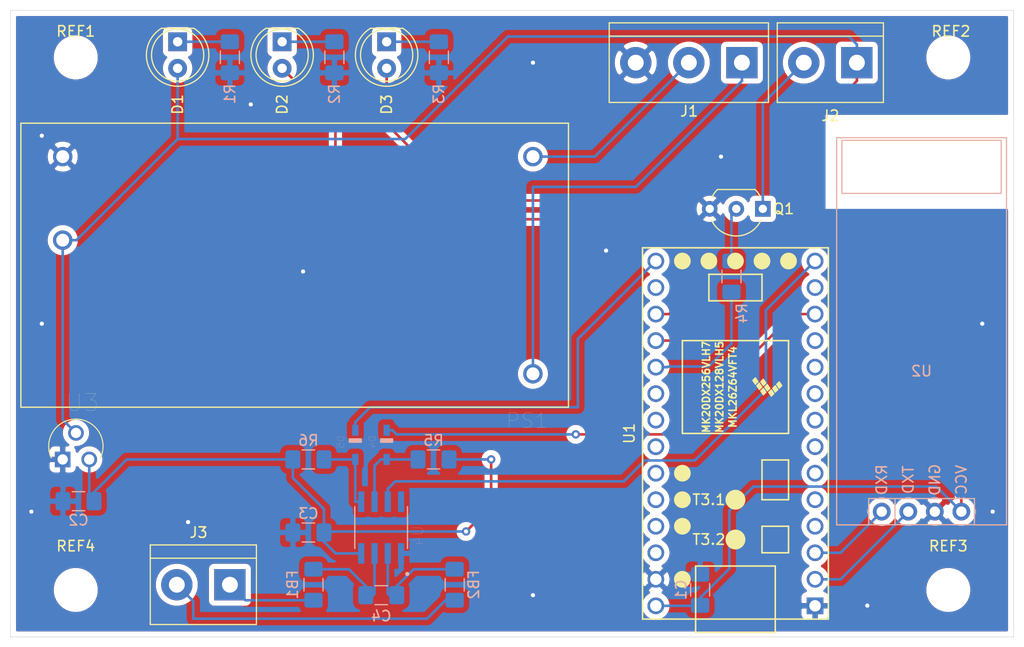
<source format=kicad_pcb>
(kicad_pcb (version 20171130) (host pcbnew 5.1.5-52549c5~84~ubuntu18.04.1)
  (layers (0 F.Cu signal) (31 B.Cu signal) (34 B.Paste user) (35 F.Paste user) (36 B.SilkS user) (37 F.SilkS user) (38 B.Mask user) (39 F.Mask user) (44 Edge.Cuts user))
  (net 0 "")
  (net 1 +5V)
  (net 2 GND)
  (net 3 +3V3)
  (net 4 "Net-(C4-Pad2)")
  (net 5 "Net-(C4-Pad1)")
  (net 6 "Net-(D1-Pad1)")
  (net 7 "Net-(D2-Pad2)")
  (net 8 "Net-(D2-Pad1)")
  (net 9 "Net-(D3-Pad2)")
  (net 10 "Net-(D3-Pad1)")
  (net 11 "Net-(D4-PadA)")
  (net 12 /CS0)
  (net 13 "Net-(D5-PadA)")
  (net 14 /SCK0)
  (net 15 "Net-(FB1-Pad1)")
  (net 16 "Net-(FB2-Pad1)")
  (net 17 "Net-(J1-Pad2)")
  (net 18 "Net-(J1-Pad1)")
  (net 19 "Net-(J2-Pad2)")
  (net 20 "Net-(Q1-Pad2)")
  (net 21 "Net-(R4-Pad1)")
  (net 22 "Net-(U1-Pad2)")
  (net 23 "Net-(U1-Pad3)")
  (net 24 "Net-(U1-Pad4)")
  (net 25 "Net-(U1-Pad5)")
  (net 26 "Net-(U1-Pad6)")
  (net 27 "Net-(U1-Pad7)")
  (net 28 "Net-(U1-Pad8)")
  (net 29 "Net-(U1-Pad9)")
  (net 30 "Net-(U1-Pad10)")
  (net 31 "Net-(U1-Pad11)")
  (net 32 "Net-(U1-Pad13)")
  (net 33 "Net-(U1-Pad37)")
  (net 34 "Net-(U1-Pad36)")
  (net 35 "Net-(U1-Pad35)")
  (net 36 "Net-(U1-Pad34)")
  (net 37 "Net-(U1-Pad31)")
  (net 38 "Net-(U1-Pad30)")
  (net 39 "Net-(U1-Pad29)")
  (net 40 "Net-(U1-Pad28)")
  (net 41 "Net-(U1-Pad27)")
  (net 42 "Net-(U1-Pad26)")
  (net 43 "Net-(U1-Pad25)")
  (net 44 "Net-(U1-Pad21)")
  (net 45 /MISO0)
  (net 46 "Net-(U1-Pad15)")
  (net 47 "Net-(U1-Pad16)")
  (net 48 "Net-(U1-Pad19)")
  (net 49 "Net-(U1-Pad18)")
  (net 50 "Net-(U1-Pad17)")
  (module MAX31855KASA_:SOIC127P600X175-8N (layer B.Cu) (at 137.475 124.525 90)
    (fp_text reference U4 (at -0.795 3.525 90) (layer B.SilkS) (effects (font (thickness 0.015)) (justify mirror)))
    (fp_text value MAX31855KASA+)
    (fp_line (start -2 -2.52) (end 2 -2.52) (layer B.SilkS) (width 0.127))
    (fp_line (start -2 2.52) (end 2 2.52) (layer B.SilkS) (width 0.127))
    (fp_circle (center -4.445 2.495) (end -4.345 2.495) (layer B.SilkS) (width 0.2))
    (pad 8 smd rect (at 2.475 1.905 90) (size 1.97 0.59) (layers B.Cu B.Paste B.Mask))
    (pad 7 smd rect (at 2.475 0.635 90) (size 1.97 0.59) (layers B.Cu B.Paste B.Mask) (net 45 /MISO0))
    (pad 6 smd rect (at 2.475 -0.635 90) (size 1.97 0.59) (layers B.Cu B.Paste B.Mask) (net 11 "Net-(D4-PadA)"))
    (pad 5 smd rect (at 2.475 -1.905 90) (size 1.97 0.59) (layers B.Cu B.Paste B.Mask) (net 13 "Net-(D5-PadA)"))
    (pad 4 smd rect (at -2.475 -1.905 90) (size 1.97 0.59) (layers B.Cu B.Paste B.Mask) (net 3 +3V3))
    (pad 3 smd rect (at -2.475 -0.635 90) (size 1.97 0.59) (layers B.Cu B.Paste B.Mask) (net 4 "Net-(C4-Pad2)"))
    (pad 2 smd rect (at -2.475 0.635 90) (size 1.97 0.59) (layers B.Cu B.Paste B.Mask) (net 5 "Net-(C4-Pad1)"))
    (pad 1 smd rect (at -2.475 1.905 90) (size 1.97 0.59) (layers B.Cu B.Paste B.Mask) (net 2 GND))
  )
  (module MCP1700-3302E_TO:TO127P254X495-3 (layer F.Cu) (at 109.54 115.46)
    (fp_text reference U3 (at -0.661135 -2.898865) (layer F.SilkS) (effects (font (size 1.64185 1.64185) (thickness 0.015))))
    (fp_text value MCP1700-3302E_TO)
    (fp_arc (start -1.38407 1.26864) (end 1.0668 2.413) (angle -25) (layer F.SilkS) (width 0.1))
    (fp_arc (start -1.279583 1.279773) (end 1.3208 1.27) (angle -205) (layer F.SilkS) (width 0.1))
    (pad 3 thru_hole circle (at 0 2.54) (size 1.4986 1.4986) (drill 0.9906) (layers *.Cu *.Mask) (net 3 +3V3))
    (pad 2 thru_hole circle (at -1.27 0) (size 1.4986 1.4986) (drill 0.9906) (layers *.Cu *.Mask) (net 1 +5V))
    (pad 1 thru_hole rect (at -2.54 2.54) (size 1.4986 1.4986) (drill 0.9906) (layers *.Cu *.Mask) (net 2 GND))
  )
  (module dmcginnis427Footprints:HC06 (layer B.Cu) (at 189.19 123)
    (fp_text reference U2 (at 0 -13.462) (layer B.SilkS) (effects (justify mirror)))
    (fp_text value HC06)
    (fp_line (start -8.128 1.27) (end -5.08 1.27) (layer B.SilkS) (width 0.12))
    (fp_line (start 8.128 1.27) (end 5.08 1.27) (layer B.SilkS) (width 0.12))
    (fp_line (start 8.128 -35.814) (end 8.128 1.27) (layer B.SilkS) (width 0.12))
    (fp_line (start -8.128 -35.814) (end 8.128 -35.814) (layer B.SilkS) (width 0.12))
    (fp_line (start -8.128 1.27) (end -8.128 -35.814) (layer B.SilkS) (width 0.12))
    (fp_text user VCC (at 3.81 -3.048 -90) (layer B.SilkS) (effects (justify mirror)))
    (fp_text user GND (at 1.27 -3.048 -90) (layer B.SilkS) (effects (justify mirror)))
    (fp_text user TXD (at -1.27 -3.048 -90) (layer B.SilkS) (effects (justify mirror)))
    (fp_text user RXD (at -3.81 -3.048 -90) (layer B.SilkS) (effects (justify mirror)))
    (fp_line (start -7.62 -35.56) (end -7.62 -30.48) (layer B.SilkS) (width 0.12))
    (fp_line (start 7.62 -35.56) (end -7.62 -35.56) (layer B.SilkS) (width 0.12))
    (fp_line (start 7.62 -30.48) (end 7.62 -35.56) (layer B.SilkS) (width 0.12))
    (fp_line (start -7.62 -30.48) (end 7.62 -30.48) (layer B.SilkS) (width 0.12))
    (fp_line (start -2.54 1.25) (end -2.54 -1.25) (layer B.SilkS) (width 0.12))
    (fp_line (start -5.06 -1.25) (end -5.06 1.25) (layer B.SilkS) (width 0.12))
    (fp_line (start 5.06 -1.25) (end -5.06 -1.25) (layer B.SilkS) (width 0.12))
    (fp_line (start 5.06 1.25) (end 5.06 -1.25) (layer B.SilkS) (width 0.12))
    (fp_line (start -5.06 1.25) (end 5.06 1.25) (layer B.SilkS) (width 0.12))
    (pad 4 thru_hole circle (at 3.81 0) (size 1.7 1.7) (drill 1) (layers *.Cu *.Mask) (net 1 +5V))
    (pad 3 thru_hole circle (at 1.27 0) (size 1.7 1.7) (drill 1) (layers *.Cu *.Mask) (net 2 GND))
    (pad 2 thru_hole circle (at -1.27 0) (size 1.7 1.7) (drill 1) (layers *.Cu *.Mask) (net 22 "Net-(U1-Pad2)"))
    (pad 1 thru_hole circle (at -3.81 0) (size 1.7 1.7) (drill 1) (layers *.Cu *.Mask) (net 23 "Net-(U1-Pad3)"))
  )
  (module TeensyFootprints:Teensy30_31_32_LC (layer F.Cu) (at 171.38 115.51 90)
    (fp_text reference U1 (at 0 -10.16 90) (layer F.SilkS))
    (fp_text value Teensy-LC)
    (fp_text user MK20DX128VLH5 (at 4.445 -1.524 90) (layer F.SilkS) (effects (font (size 0.7 0.7))))
    (fp_text user MKL26Z64VFT4 (at 4.445 -0.254 90) (layer F.SilkS) (effects (font (size 0.7 0.7))))
    (fp_text user MK20DX256VLH7 (at 4.445 -2.794 90) (layer F.SilkS) (effects (font (size 0.7 0.7))))
    (fp_poly (pts (xy 4.826 2.921) (xy 4.572 2.667) (xy 4.953 2.413) (xy 5.207 2.667)) (layer F.SilkS) (width 0.1))
    (fp_poly (pts (xy 3.81 3.683) (xy 3.556 3.429) (xy 3.937 3.175) (xy 4.191 3.429)) (layer F.SilkS) (width 0.1))
    (fp_poly (pts (xy 4.572 4.445) (xy 4.318 4.191) (xy 4.699 3.937) (xy 4.953 4.191)) (layer F.SilkS) (width 0.1))
    (fp_poly (pts (xy 4.445 2.54) (xy 4.191 2.286) (xy 4.572 2.032) (xy 4.826 2.286)) (layer F.SilkS) (width 0.1))
    (fp_poly (pts (xy 4.191 4.064) (xy 3.937 3.81) (xy 4.318 3.556) (xy 4.572 3.81)) (layer F.SilkS) (width 0.1))
    (fp_poly (pts (xy 4.953 2.159) (xy 4.699 1.905) (xy 5.08 1.651) (xy 5.334 1.905)) (layer F.SilkS) (width 0.1))
    (fp_poly (pts (xy 4.318 3.302) (xy 4.064 3.048) (xy 4.445 2.794) (xy 4.699 3.048)) (layer F.SilkS) (width 0.1))
    (fp_poly (pts (xy 3.937 2.921) (xy 3.683 2.667) (xy 4.064 2.413) (xy 4.318 2.667)) (layer F.SilkS) (width 0.1))
    (fp_line (start -17.78 8.89) (end -17.78 -8.89) (layer F.SilkS) (width 0.15))
    (fp_line (start 17.78 8.89) (end -17.78 8.89) (layer F.SilkS) (width 0.15))
    (fp_line (start 17.78 -8.89) (end 17.78 8.89) (layer F.SilkS) (width 0.15))
    (fp_line (start -17.78 -8.89) (end 17.78 -8.89) (layer F.SilkS) (width 0.15))
    (fp_line (start 8.89 5.08) (end 0 5.08) (layer F.SilkS) (width 0.15))
    (fp_line (start 8.89 -5.08) (end 0 -5.08) (layer F.SilkS) (width 0.15))
    (fp_line (start 0 -5.08) (end 0 5.08) (layer F.SilkS) (width 0.15))
    (fp_line (start 8.89 5.08) (end 8.89 -5.08) (layer F.SilkS) (width 0.15))
    (fp_line (start 12.7 -2.54) (end 15.24 -2.54) (layer F.SilkS) (width 0.15))
    (fp_line (start 12.7 2.54) (end 12.7 -2.54) (layer F.SilkS) (width 0.15))
    (fp_line (start 15.24 2.54) (end 12.7 2.54) (layer F.SilkS) (width 0.15))
    (fp_line (start 15.24 -2.54) (end 15.24 2.54) (layer F.SilkS) (width 0.15))
    (fp_line (start -11.43 2.54) (end -11.43 5.08) (layer F.SilkS) (width 0.15))
    (fp_line (start -8.89 2.54) (end -11.43 2.54) (layer F.SilkS) (width 0.15))
    (fp_line (start -8.89 5.08) (end -8.89 2.54) (layer F.SilkS) (width 0.15))
    (fp_line (start -11.43 5.08) (end -8.89 5.08) (layer F.SilkS) (width 0.15))
    (fp_line (start -12.7 3.81) (end -17.78 3.81) (layer F.SilkS) (width 0.15))
    (fp_line (start -12.7 -3.81) (end -17.78 -3.81) (layer F.SilkS) (width 0.15))
    (fp_line (start -12.7 3.81) (end -12.7 -3.81) (layer F.SilkS) (width 0.15))
    (fp_line (start -6.35 2.54) (end -6.35 5.08) (layer F.SilkS) (width 0.15))
    (fp_line (start -2.54 2.54) (end -6.35 2.54) (layer F.SilkS) (width 0.15))
    (fp_line (start -2.54 5.08) (end -2.54 2.54) (layer F.SilkS) (width 0.15))
    (fp_line (start -6.35 5.08) (end -2.54 5.08) (layer F.SilkS) (width 0.15))
    (fp_line (start -19.05 -3.81) (end -17.78 -3.81) (layer F.SilkS) (width 0.15))
    (fp_line (start -19.05 3.81) (end -19.05 -3.81) (layer F.SilkS) (width 0.15))
    (fp_line (start -17.78 3.81) (end -19.05 3.81) (layer F.SilkS) (width 0.15))
    (fp_text user T3.1 (at -6.35 -2.54) (layer F.SilkS))
    (fp_text user T3.2 (at -10.16 -2.54) (layer F.SilkS))
    (pad 52 connect circle (at -10.16 0 90) (size 1.9 1.9) (layers F.SilkS))
    (pad 52 connect circle (at -6.35 0 90) (size 1.9 1.9) (layers F.SilkS))
    (pad 1 thru_hole rect (at -16.51 7.62 90) (size 1.6 1.6) (drill 1.1) (layers *.Cu *.Mask) (net 2 GND))
    (pad 2 thru_hole circle (at -13.97 7.62 90) (size 1.6 1.6) (drill 1.1) (layers *.Cu *.Mask) (net 22 "Net-(U1-Pad2)"))
    (pad 3 thru_hole circle (at -11.43 7.62 90) (size 1.6 1.6) (drill 1.1) (layers *.Cu *.Mask) (net 23 "Net-(U1-Pad3)"))
    (pad 4 thru_hole circle (at -8.89 7.62 90) (size 1.6 1.6) (drill 1.1) (layers *.Cu *.Mask) (net 24 "Net-(U1-Pad4)"))
    (pad 5 thru_hole circle (at -6.35 7.62 90) (size 1.6 1.6) (drill 1.1) (layers *.Cu *.Mask) (net 25 "Net-(U1-Pad5)"))
    (pad 6 thru_hole circle (at -3.81 7.62 90) (size 1.6 1.6) (drill 1.1) (layers *.Cu *.Mask) (net 26 "Net-(U1-Pad6)"))
    (pad 7 thru_hole circle (at -1.27 7.62 90) (size 1.6 1.6) (drill 1.1) (layers *.Cu *.Mask) (net 27 "Net-(U1-Pad7)"))
    (pad 8 thru_hole circle (at 1.27 7.62 90) (size 1.6 1.6) (drill 1.1) (layers *.Cu *.Mask) (net 28 "Net-(U1-Pad8)"))
    (pad 9 thru_hole circle (at 3.81 7.62 90) (size 1.6 1.6) (drill 1.1) (layers *.Cu *.Mask) (net 29 "Net-(U1-Pad9)"))
    (pad 10 thru_hole circle (at 6.35 7.62 90) (size 1.6 1.6) (drill 1.1) (layers *.Cu *.Mask) (net 30 "Net-(U1-Pad10)"))
    (pad 11 thru_hole circle (at 8.89 7.62 90) (size 1.6 1.6) (drill 1.1) (layers *.Cu *.Mask) (net 31 "Net-(U1-Pad11)"))
    (pad 12 thru_hole circle (at 11.43 7.62 90) (size 1.6 1.6) (drill 1.1) (layers *.Cu *.Mask) (net 12 /CS0))
    (pad 13 thru_hole circle (at 13.97 7.62 90) (size 1.6 1.6) (drill 1.1) (layers *.Cu *.Mask) (net 32 "Net-(U1-Pad13)"))
    (pad 37 connect circle (at -3.81 -5.08 90) (size 1.6 1.6) (layers F.SilkS) (net 33 "Net-(U1-Pad37)"))
    (pad 36 connect circle (at -6.35 -5.08 90) (size 1.6 1.6) (layers F.SilkS) (net 34 "Net-(U1-Pad36)"))
    (pad 35 connect circle (at -8.89 -5.08 90) (size 1.6 1.6) (layers F.SilkS) (net 35 "Net-(U1-Pad35)"))
    (pad 34 connect circle (at -13.97 -5.08 90) (size 1.6 1.6) (layers F.SilkS) (net 36 "Net-(U1-Pad34)"))
    (pad 33 thru_hole circle (at -16.51 -7.62 90) (size 1.6 1.6) (drill 1.1) (layers *.Cu *.Mask) (net 1 +5V))
    (pad 32 thru_hole circle (at -13.97 -7.62 90) (size 1.6 1.6) (drill 1.1) (layers *.Cu *.Mask) (net 2 GND))
    (pad 31 thru_hole circle (at -11.43 -7.62 90) (size 1.6 1.6) (drill 1.1) (layers *.Cu *.Mask) (net 37 "Net-(U1-Pad31)"))
    (pad 30 thru_hole circle (at -8.89 -7.62 90) (size 1.6 1.6) (drill 1.1) (layers *.Cu *.Mask) (net 38 "Net-(U1-Pad30)"))
    (pad 29 thru_hole circle (at -6.35 -7.62 90) (size 1.6 1.6) (drill 1.1) (layers *.Cu *.Mask) (net 39 "Net-(U1-Pad29)"))
    (pad 28 thru_hole circle (at -3.81 -7.62 90) (size 1.6 1.6) (drill 1.1) (layers *.Cu *.Mask) (net 40 "Net-(U1-Pad28)"))
    (pad 27 thru_hole circle (at -1.27 -7.62 90) (size 1.6 1.6) (drill 1.1) (layers *.Cu *.Mask) (net 41 "Net-(U1-Pad27)"))
    (pad 26 thru_hole circle (at 1.27 -7.62 90) (size 1.6 1.6) (drill 1.1) (layers *.Cu *.Mask) (net 42 "Net-(U1-Pad26)"))
    (pad 25 thru_hole circle (at 3.81 -7.62 90) (size 1.6 1.6) (drill 1.1) (layers *.Cu *.Mask) (net 43 "Net-(U1-Pad25)"))
    (pad 24 thru_hole circle (at 6.35 -7.62 90) (size 1.6 1.6) (drill 1.1) (layers *.Cu *.Mask) (net 21 "Net-(R4-Pad1)"))
    (pad 23 thru_hole circle (at 8.89 -7.62 90) (size 1.6 1.6) (drill 1.1) (layers *.Cu *.Mask) (net 9 "Net-(D3-Pad2)"))
    (pad 22 thru_hole circle (at 11.43 -7.62 90) (size 1.6 1.6) (drill 1.1) (layers *.Cu *.Mask) (net 7 "Net-(D2-Pad2)"))
    (pad 21 thru_hole circle (at 13.97 -7.62 90) (size 1.6 1.6) (drill 1.1) (layers *.Cu *.Mask) (net 44 "Net-(U1-Pad21)"))
    (pad 14 thru_hole circle (at 16.51 7.62 90) (size 1.6 1.6) (drill 1.1) (layers *.Cu *.Mask) (net 45 /MISO0))
    (pad 15 connect circle (at 16.51 5.08 90) (size 1.6 1.6) (layers F.SilkS) (net 46 "Net-(U1-Pad15)"))
    (pad 16 connect circle (at 16.51 2.54 90) (size 1.6 1.6) (layers F.SilkS) (net 47 "Net-(U1-Pad16)"))
    (pad 20 thru_hole circle (at 16.51 -7.62 90) (size 1.6 1.6) (drill 1.1) (layers *.Cu *.Mask) (net 14 /SCK0))
    (pad 19 connect circle (at 16.51 -5.08 90) (size 1.6 1.6) (layers F.SilkS) (net 48 "Net-(U1-Pad19)"))
    (pad 18 connect circle (at 16.51 -2.54 90) (size 1.6 1.6) (layers F.SilkS) (net 49 "Net-(U1-Pad18)"))
    (pad 17 connect circle (at 16.51 0 90) (size 1.6 1.6) (layers F.SilkS) (net 50 "Net-(U1-Pad17)"))
  )
  (module Resistor_SMD:R_1206_3216Metric_Pad1.42x1.75mm_HandSolder (layer B.Cu) (at 130.5125 118 180)
    (fp_text reference R6 (at 0 1.82) (layer B.SilkS) (effects (justify mirror)))
    (fp_text value 10k)
    (fp_line (start -0.602064 -0.91) (end 0.602064 -0.91) (layer B.SilkS) (width 0.12))
    (fp_line (start -0.602064 0.91) (end 0.602064 0.91) (layer B.SilkS) (width 0.12))
    (pad 2 smd roundrect (at 1.4875 0 180) (size 1.425 1.75) (layers B.Cu B.Paste B.Mask) (roundrect_rratio 0.175439) (net 3 +3V3))
    (pad 1 smd roundrect (at -1.4875 0 180) (size 1.425 1.75) (layers B.Cu B.Paste B.Mask) (roundrect_rratio 0.175439) (net 13 "Net-(D5-PadA)"))
  )
  (module Resistor_SMD:R_1206_3216Metric_Pad1.42x1.75mm_HandSolder (layer B.Cu) (at 142.4875 118 180)
    (fp_text reference R5 (at 0 1.82) (layer B.SilkS) (effects (justify mirror)))
    (fp_text value 10k)
    (fp_line (start -0.602064 -0.91) (end 0.602064 -0.91) (layer B.SilkS) (width 0.12))
    (fp_line (start -0.602064 0.91) (end 0.602064 0.91) (layer B.SilkS) (width 0.12))
    (pad 2 smd roundrect (at 1.4875 0 180) (size 1.425 1.75) (layers B.Cu B.Paste B.Mask) (roundrect_rratio 0.175439) (net 11 "Net-(D4-PadA)"))
    (pad 1 smd roundrect (at -1.4875 0 180) (size 1.425 1.75) (layers B.Cu B.Paste B.Mask) (roundrect_rratio 0.175439) (net 3 +3V3))
  )
  (module Resistor_SMD:R_1206_3216Metric_Pad1.42x1.75mm_HandSolder (layer B.Cu) (at 171 100.4875 90)
    (fp_text reference R4 (at -3.5125 1 90) (layer B.SilkS) (effects (justify mirror)))
    (fp_text value 1k)
    (fp_line (start -0.602064 -0.91) (end 0.602064 -0.91) (layer B.SilkS) (width 0.12))
    (fp_line (start -0.602064 0.91) (end 0.602064 0.91) (layer B.SilkS) (width 0.12))
    (pad 2 smd roundrect (at 1.4875 0 90) (size 1.425 1.75) (layers B.Cu B.Paste B.Mask) (roundrect_rratio 0.175439) (net 20 "Net-(Q1-Pad2)"))
    (pad 1 smd roundrect (at -1.4875 0 90) (size 1.425 1.75) (layers B.Cu B.Paste B.Mask) (roundrect_rratio 0.175439) (net 21 "Net-(R4-Pad1)"))
  )
  (module Resistor_SMD:R_1206_3216Metric_Pad1.42x1.75mm_HandSolder (layer B.Cu) (at 143 79.4875 270)
    (fp_text reference R3 (at 3.5125 0 90) (layer B.SilkS) (effects (justify mirror)))
    (fp_text value 220)
    (fp_line (start -0.602064 -0.91) (end 0.602064 -0.91) (layer B.SilkS) (width 0.12))
    (fp_line (start -0.602064 0.91) (end 0.602064 0.91) (layer B.SilkS) (width 0.12))
    (pad 2 smd roundrect (at 1.4875 0 270) (size 1.425 1.75) (layers B.Cu B.Paste B.Mask) (roundrect_rratio 0.175439) (net 2 GND))
    (pad 1 smd roundrect (at -1.4875 0 270) (size 1.425 1.75) (layers B.Cu B.Paste B.Mask) (roundrect_rratio 0.175439) (net 10 "Net-(D3-Pad1)"))
  )
  (module Resistor_SMD:R_1206_3216Metric_Pad1.42x1.75mm_HandSolder (layer B.Cu) (at 133 79.4875 270)
    (fp_text reference R2 (at 3.5125 0 90) (layer B.SilkS) (effects (justify mirror)))
    (fp_text value 220)
    (fp_line (start -0.602064 -0.91) (end 0.602064 -0.91) (layer B.SilkS) (width 0.12))
    (fp_line (start -0.602064 0.91) (end 0.602064 0.91) (layer B.SilkS) (width 0.12))
    (pad 2 smd roundrect (at 1.4875 0 270) (size 1.425 1.75) (layers B.Cu B.Paste B.Mask) (roundrect_rratio 0.175439) (net 2 GND))
    (pad 1 smd roundrect (at -1.4875 0 270) (size 1.425 1.75) (layers B.Cu B.Paste B.Mask) (roundrect_rratio 0.175439) (net 8 "Net-(D2-Pad1)"))
  )
  (module Resistor_SMD:R_1206_3216Metric_Pad1.42x1.75mm_HandSolder (layer B.Cu) (at 123 79.4875 90)
    (fp_text reference R1 (at -3.5125 0 90) (layer B.SilkS) (effects (justify mirror)))
    (fp_text value 220)
    (fp_line (start -0.602064 -0.91) (end 0.602064 -0.91) (layer B.SilkS) (width 0.12))
    (fp_line (start -0.602064 0.91) (end 0.602064 0.91) (layer B.SilkS) (width 0.12))
    (pad 2 smd roundrect (at 1.4875 0 90) (size 1.425 1.75) (layers B.Cu B.Paste B.Mask) (roundrect_rratio 0.175439) (net 6 "Net-(D1-Pad1)"))
    (pad 1 smd roundrect (at -1.4875 0 90) (size 1.425 1.75) (layers B.Cu B.Paste B.Mask) (roundrect_rratio 0.175439) (net 2 GND))
  )
  (module Package_TO_SOT_THT:TO-92_Inline_Wide (layer F.Cu) (at 174 94 180)
    (fp_text reference Q1 (at -2 0) (layer F.SilkS))
    (fp_text value BC547)
    (fp_arc (start 2.54 0) (end 4.34 1.85) (angle -20) (layer F.SilkS) (width 0.12))
    (fp_arc (start 2.54 0) (end 2.54 -2.6) (angle 65) (layer F.SilkS) (width 0.12))
    (fp_arc (start 2.54 0) (end 2.54 -2.6) (angle -65) (layer F.SilkS) (width 0.12))
    (fp_arc (start 2.54 0) (end 0.74 1.85) (angle 20) (layer F.SilkS) (width 0.12))
    (fp_line (start 0.74 1.85) (end 4.34 1.85) (layer F.SilkS) (width 0.12))
    (pad 1 thru_hole rect (at 0 0 270) (size 1.5 1.5) (drill 0.8) (layers *.Cu *.Mask) (net 19 "Net-(J2-Pad2)"))
    (pad 3 thru_hole circle (at 5.08 0 270) (size 1.5 1.5) (drill 0.8) (layers *.Cu *.Mask) (net 2 GND))
    (pad 2 thru_hole circle (at 2.54 0 270) (size 1.5 1.5) (drill 0.8) (layers *.Cu *.Mask) (net 20 "Net-(Q1-Pad2)"))
  )
  (module IRM-20-5:CONV_IRM-20-5 (layer F.Cu) (at 129.2 99.4 180)
    (fp_text reference PS1 (at -22.246425 -14.873355) (layer F.SilkS) (effects (font (size 1.401346 1.401346) (thickness 0.015))))
    (fp_text value IRM-20-5)
    (fp_line (start 26.2 -13.6) (end 26.2 13.6) (layer F.SilkS) (width 0.127))
    (fp_line (start 26.2 13.6) (end -26.2 13.6) (layer F.SilkS) (width 0.127))
    (fp_line (start -26.2 13.6) (end -26.2 -13.6) (layer F.SilkS) (width 0.127))
    (fp_line (start -26.2 -13.6) (end 26.2 -13.6) (layer F.SilkS) (width 0.127))
    (pad 4 thru_hole circle (at 22.2 2.4 180) (size 1.86 1.86) (drill 1.24) (layers *.Cu *.Mask) (net 1 +5V))
    (pad 3 thru_hole circle (at 22.2 10.4 180) (size 1.86 1.86) (drill 1.24) (layers *.Cu *.Mask) (net 2 GND))
    (pad 1 thru_hole circle (at -22.8 -10.4 180) (size 1.86 1.86) (drill 1.24) (layers *.Cu *.Mask) (net 18 "Net-(J1-Pad1)"))
    (pad 2 thru_hole circle (at -22.8 10.4 180) (size 1.86 1.86) (drill 1.24) (layers *.Cu *.Mask) (net 17 "Net-(J1-Pad2)"))
  )
  (module TerminalBlock:TerminalBlock_bornier-2_P5.08mm (layer F.Cu) (at 123 130 180)
    (fp_text reference J3 (at 3 5) (layer F.SilkS))
    (fp_text value Screw_Terminal_01x02)
    (fp_line (start -2.54 3.81) (end 7.62 3.81) (layer F.SilkS) (width 0.12))
    (fp_line (start -2.54 -3.81) (end -2.54 3.81) (layer F.SilkS) (width 0.12))
    (fp_line (start 7.62 -3.81) (end -2.54 -3.81) (layer F.SilkS) (width 0.12))
    (fp_line (start 7.62 3.81) (end 7.62 -3.81) (layer F.SilkS) (width 0.12))
    (fp_line (start 7.62 2.54) (end -2.54 2.54) (layer F.SilkS) (width 0.12))
    (pad 2 thru_hole circle (at 5.08 0 180) (size 3 3) (drill 1.52) (layers *.Cu *.Mask) (net 16 "Net-(FB2-Pad1)"))
    (pad 1 thru_hole rect (at 0 0 180) (size 3 3) (drill 1.52) (layers *.Cu *.Mask) (net 15 "Net-(FB1-Pad1)"))
  )
  (module TerminalBlock:TerminalBlock_bornier-2_P5.08mm (layer F.Cu) (at 183 80 180)
    (fp_text reference J2 (at 2.54 -5.08) (layer F.SilkS))
    (fp_text value Screw_Terminal_01x02)
    (fp_line (start -2.54 3.81) (end 7.62 3.81) (layer F.SilkS) (width 0.12))
    (fp_line (start -2.54 -3.81) (end -2.54 3.81) (layer F.SilkS) (width 0.12))
    (fp_line (start 7.62 -3.81) (end -2.54 -3.81) (layer F.SilkS) (width 0.12))
    (fp_line (start 7.62 3.81) (end 7.62 -3.81) (layer F.SilkS) (width 0.12))
    (fp_line (start 7.62 2.54) (end -2.54 2.54) (layer F.SilkS) (width 0.12))
    (pad 2 thru_hole circle (at 5.08 0 180) (size 3 3) (drill 1.52) (layers *.Cu *.Mask) (net 19 "Net-(J2-Pad2)"))
    (pad 1 thru_hole rect (at 0 0 180) (size 3 3) (drill 1.52) (layers *.Cu *.Mask) (net 1 +5V))
  )
  (module TerminalBlock:TerminalBlock_bornier-3_P5.08mm (layer F.Cu) (at 172 80 180)
    (fp_text reference J1 (at 5.05 -4.65) (layer F.SilkS))
    (fp_text value Screw_Terminal_01x03)
    (fp_line (start -2.54 3.81) (end 12.7 3.81) (layer F.SilkS) (width 0.12))
    (fp_line (start -2.54 -3.81) (end 12.7 -3.81) (layer F.SilkS) (width 0.12))
    (fp_line (start -2.54 2.54) (end 12.7 2.54) (layer F.SilkS) (width 0.12))
    (fp_line (start 12.7 3.81) (end 12.7 -3.81) (layer F.SilkS) (width 0.12))
    (fp_line (start -2.54 3.81) (end -2.54 -3.81) (layer F.SilkS) (width 0.12))
    (pad 3 thru_hole circle (at 10.16 0 180) (size 3 3) (drill 1.52) (layers *.Cu *.Mask) (net 2 GND))
    (pad 2 thru_hole circle (at 5.08 0 180) (size 3 3) (drill 1.52) (layers *.Cu *.Mask) (net 17 "Net-(J1-Pad2)"))
    (pad 1 thru_hole rect (at 0 0 180) (size 3 3) (drill 1.52) (layers *.Cu *.Mask) (net 18 "Net-(J1-Pad1)"))
  )
  (module Inductor_SMD:L_1206_3216Metric_Pad1.42x1.75mm_HandSolder (layer B.Cu) (at 144.5125 130 90)
    (fp_text reference FB2 (at 0 1.82 90) (layer B.SilkS) (effects (justify mirror)))
    (fp_text value Ferrite_Bead_Small)
    (fp_line (start -0.602064 -0.91) (end 0.602064 -0.91) (layer B.SilkS) (width 0.12))
    (fp_line (start -0.602064 0.91) (end 0.602064 0.91) (layer B.SilkS) (width 0.12))
    (pad 2 smd roundrect (at 1.4875 0 90) (size 1.425 1.75) (layers B.Cu B.Paste B.Mask) (roundrect_rratio 0.175439) (net 5 "Net-(C4-Pad1)"))
    (pad 1 smd roundrect (at -1.4875 0 90) (size 1.425 1.75) (layers B.Cu B.Paste B.Mask) (roundrect_rratio 0.175439) (net 16 "Net-(FB2-Pad1)"))
  )
  (module Inductor_SMD:L_1206_3216Metric_Pad1.42x1.75mm_HandSolder (layer B.Cu) (at 131 130 90)
    (fp_text reference FB1 (at 0 -2 90) (layer B.SilkS) (effects (justify mirror)))
    (fp_text value Ferrite_Bead_Small)
    (fp_line (start -0.602064 -0.91) (end 0.602064 -0.91) (layer B.SilkS) (width 0.12))
    (fp_line (start -0.602064 0.91) (end 0.602064 0.91) (layer B.SilkS) (width 0.12))
    (pad 2 smd roundrect (at 1.4875 0 90) (size 1.425 1.75) (layers B.Cu B.Paste B.Mask) (roundrect_rratio 0.175439) (net 4 "Net-(C4-Pad2)"))
    (pad 1 smd roundrect (at -1.4875 0 90) (size 1.425 1.75) (layers B.Cu B.Paste B.Mask) (roundrect_rratio 0.175439) (net 15 "Net-(FB1-Pad1)"))
  )
  (module 1N4148WS:SODFL2512X100N (layer B.Cu) (at 135 116.6 270)
    (fp_text reference D5 (at -0.268433 1.378607 90) (layer B.SilkS) (effects (font (size 0.641026 0.641026) (thickness 0.015)) (justify mirror)))
    (fp_text value 1N4148WS)
    (fp_poly (pts (xy -0.625028 0.625) (xy -0.2 0.625) (xy -0.2 -0.625028) (xy -0.625028 -0.625028)) (layer B.SilkS) (width 0.01))
    (pad A smd rect (at 1.4 0 270) (size 1.05 0.6) (layers B.Cu B.Paste B.Mask) (net 13 "Net-(D5-PadA)"))
    (pad C smd rect (at -1.4 0 270) (size 1.05 0.6) (layers B.Cu B.Paste B.Mask) (net 14 /SCK0))
  )
  (module 1N4148WS:SODFL2512X100N (layer B.Cu) (at 138 116.6 270)
    (fp_text reference D4 (at -0.268433 1.378607 90) (layer B.SilkS) (effects (font (size 0.641026 0.641026) (thickness 0.015)) (justify mirror)))
    (fp_text value 1N4148WS)
    (fp_poly (pts (xy -0.625028 0.625) (xy -0.2 0.625) (xy -0.2 -0.625028) (xy -0.625028 -0.625028)) (layer B.SilkS) (width 0.01))
    (pad A smd rect (at 1.4 0 270) (size 1.05 0.6) (layers B.Cu B.Paste B.Mask) (net 11 "Net-(D4-PadA)"))
    (pad C smd rect (at -1.4 0 270) (size 1.05 0.6) (layers B.Cu B.Paste B.Mask) (net 12 /CS0))
  )
  (module LED_THT:LED_D5.0mm (layer F.Cu) (at 138 78 270)
    (fp_text reference D3 (at 6 0 90) (layer F.SilkS))
    (fp_text value LED)
    (fp_line (start -1.29 -1.545) (end -1.29 1.545) (layer F.SilkS) (width 0.12))
    (fp_circle (center 1.27 0) (end 3.77 0) (layer F.SilkS) (width 0.12))
    (fp_arc (start 1.27 0) (end -1.29 1.54483) (angle -148.9) (layer F.SilkS) (width 0.12))
    (fp_arc (start 1.27 0) (end -1.29 -1.54483) (angle 148.9) (layer F.SilkS) (width 0.12))
    (pad 2 thru_hole circle (at 2.54 0 270) (size 1.8 1.8) (drill 0.9) (layers *.Cu *.Mask) (net 9 "Net-(D3-Pad2)"))
    (pad 1 thru_hole rect (at 0 0 270) (size 1.8 1.8) (drill 0.9) (layers *.Cu *.Mask) (net 10 "Net-(D3-Pad1)"))
  )
  (module LED_THT:LED_D5.0mm (layer F.Cu) (at 128 78 270)
    (fp_text reference D2 (at 6 0 90) (layer F.SilkS))
    (fp_text value LED)
    (fp_line (start -1.29 -1.545) (end -1.29 1.545) (layer F.SilkS) (width 0.12))
    (fp_circle (center 1.27 0) (end 3.77 0) (layer F.SilkS) (width 0.12))
    (fp_arc (start 1.27 0) (end -1.29 1.54483) (angle -148.9) (layer F.SilkS) (width 0.12))
    (fp_arc (start 1.27 0) (end -1.29 -1.54483) (angle 148.9) (layer F.SilkS) (width 0.12))
    (pad 2 thru_hole circle (at 2.54 0 270) (size 1.8 1.8) (drill 0.9) (layers *.Cu *.Mask) (net 7 "Net-(D2-Pad2)"))
    (pad 1 thru_hole rect (at 0 0 270) (size 1.8 1.8) (drill 0.9) (layers *.Cu *.Mask) (net 8 "Net-(D2-Pad1)"))
  )
  (module LED_THT:LED_D5.0mm (layer F.Cu) (at 118 78 270)
    (fp_text reference D1 (at 6 0 90) (layer F.SilkS))
    (fp_text value LED)
    (fp_line (start -1.29 -1.545) (end -1.29 1.545) (layer F.SilkS) (width 0.12))
    (fp_circle (center 1.27 0) (end 3.77 0) (layer F.SilkS) (width 0.12))
    (fp_arc (start 1.27 0) (end -1.29 1.54483) (angle -148.9) (layer F.SilkS) (width 0.12))
    (fp_arc (start 1.27 0) (end -1.29 -1.54483) (angle 148.9) (layer F.SilkS) (width 0.12))
    (pad 2 thru_hole circle (at 2.54 0 270) (size 1.8 1.8) (drill 0.9) (layers *.Cu *.Mask) (net 1 +5V))
    (pad 1 thru_hole rect (at 0 0 270) (size 1.8 1.8) (drill 0.9) (layers *.Cu *.Mask) (net 6 "Net-(D1-Pad1)"))
  )
  (module Capacitor_SMD:C_1206_3216Metric_Pad1.42x1.75mm_HandSolder (layer B.Cu) (at 137.4875 131 180)
    (fp_text reference C4 (at 0 -2) (layer B.SilkS) (effects (justify mirror)))
    (fp_text value 0.01uF)
    (fp_line (start -0.602064 -0.91) (end 0.602064 -0.91) (layer B.SilkS) (width 0.12))
    (fp_line (start -0.602064 0.91) (end 0.602064 0.91) (layer B.SilkS) (width 0.12))
    (pad 2 smd roundrect (at 1.4875 0 180) (size 1.425 1.75) (layers B.Cu B.Paste B.Mask) (roundrect_rratio 0.175439) (net 4 "Net-(C4-Pad2)"))
    (pad 1 smd roundrect (at -1.4875 0 180) (size 1.425 1.75) (layers B.Cu B.Paste B.Mask) (roundrect_rratio 0.175439) (net 5 "Net-(C4-Pad1)"))
  )
  (module Capacitor_SMD:C_1206_3216Metric_Pad1.42x1.75mm_HandSolder (layer B.Cu) (at 130.5125 125 180)
    (fp_text reference C3 (at 0 1.82) (layer B.SilkS) (effects (justify mirror)))
    (fp_text value 0.1uF)
    (fp_line (start -0.602064 -0.91) (end 0.602064 -0.91) (layer B.SilkS) (width 0.12))
    (fp_line (start -0.602064 0.91) (end 0.602064 0.91) (layer B.SilkS) (width 0.12))
    (pad 2 smd roundrect (at 1.4875 0 180) (size 1.425 1.75) (layers B.Cu B.Paste B.Mask) (roundrect_rratio 0.175439) (net 2 GND))
    (pad 1 smd roundrect (at -1.4875 0 180) (size 1.425 1.75) (layers B.Cu B.Paste B.Mask) (roundrect_rratio 0.175439) (net 3 +3V3))
  )
  (module Capacitor_SMD:C_1206_3216Metric_Pad1.42x1.75mm_HandSolder (layer B.Cu) (at 108.5125 122)
    (fp_text reference C2 (at 0 1.82) (layer B.SilkS) (effects (justify mirror)))
    (fp_text value 1uF)
    (fp_line (start -0.602064 -0.91) (end 0.602064 -0.91) (layer B.SilkS) (width 0.12))
    (fp_line (start -0.602064 0.91) (end 0.602064 0.91) (layer B.SilkS) (width 0.12))
    (pad 2 smd roundrect (at 1.4875 0) (size 1.425 1.75) (layers B.Cu B.Paste B.Mask) (roundrect_rratio 0.175439) (net 3 +3V3))
    (pad 1 smd roundrect (at -1.4875 0) (size 1.425 1.75) (layers B.Cu B.Paste B.Mask) (roundrect_rratio 0.175439) (net 2 GND))
  )
  (module Capacitor_SMD:C_1206_3216Metric_Pad1.42x1.75mm_HandSolder (layer B.Cu) (at 168 130.4875 270)
    (fp_text reference C1 (at 0 1.82 90) (layer B.SilkS) (effects (justify mirror)))
    (fp_text value 1uF)
    (fp_line (start -0.602064 -0.91) (end 0.602064 -0.91) (layer B.SilkS) (width 0.12))
    (fp_line (start -0.602064 0.91) (end 0.602064 0.91) (layer B.SilkS) (width 0.12))
    (pad 2 smd roundrect (at 1.4875 0 270) (size 1.425 1.75) (layers B.Cu B.Paste B.Mask) (roundrect_rratio 0.175439) (net 1 +5V))
    (pad 1 smd roundrect (at -1.4875 0 270) (size 1.425 1.75) (layers B.Cu B.Paste B.Mask) (roundrect_rratio 0.175439) (net 2 GND))
  )
  (module MountingHole:MountingHole_3.2mm_M3 (layer F.Cu) (at 191.75 130.5)
    (fp_text reference REF3 (at 0 -4.2) (layer F.SilkS))
    (fp_text value MountingHole_3.2mm_M3)
    (pad 1 np_thru_hole circle (at 0 0) (size 3.2 3.2) (drill 3.2) (layers *.Cu *.Mask))
  )
  (module MountingHole:MountingHole_3.2mm_M3 (layer F.Cu) (at 191.75 79.5)
    (fp_text reference REF2 (at 0.25 -2.5) (layer F.SilkS))
    (fp_text value MountingHole_3.2mm_M3)
    (pad 1 np_thru_hole circle (at 0 0) (size 3.2 3.2) (drill 3.2) (layers *.Cu *.Mask))
  )
  (module MountingHole:MountingHole_3.2mm_M3 (layer F.Cu) (at 108.25 79.5)
    (fp_text reference REF1 (at 0 -2.5) (layer F.SilkS))
    (fp_text value MountingHole_3.2mm_M3)
    (pad 1 np_thru_hole circle (at 0 0) (size 3.2 3.2) (drill 3.2) (layers *.Cu *.Mask))
  )
  (module MountingHole:MountingHole_3.2mm_M3 (layer F.Cu) (at 108.25 130.5)
    (fp_text reference REF4 (at 0 -4.2) (layer F.SilkS))
    (fp_text value MountingHole_3.2mm_M3)
    (pad 1 np_thru_hole circle (at 0 0) (size 3.2 3.2) (drill 3.2) (layers *.Cu *.Mask))
  )
  (gr_line (start 102 75) (end 102 135) (layer Edge.Cuts) (width 0.05))
  (gr_line (start 102 135) (end 198 135) (layer Edge.Cuts) (width 0.05))
  (gr_line (start 198 75) (end 198 135) (layer Edge.Cuts) (width 0.05))
  (gr_line (start 102 75) (end 198 75) (layer Edge.Cuts) (width 0.05))
  (segment (start 107 114.19) (end 108.27 115.46) (width 0.25) (layer B.Cu) (net 1))
  (segment (start 107 97) (end 107 114.19) (width 0.25) (layer B.Cu) (net 1))
  (segment (start 118 81.812792) (end 118 80.54) (width 0.25) (layer B.Cu) (net 1))
  (segment (start 118 87.315218) (end 118 81.812792) (width 0.25) (layer B.Cu) (net 1))
  (segment (start 108.315218 97) (end 118 87.315218) (width 0.25) (layer B.Cu) (net 1))
  (segment (start 107 97) (end 108.315218 97) (width 0.25) (layer B.Cu) (net 1))
  (segment (start 179.67499 94.134626) (end 179.67499 84.865374) (width 0.25) (layer F.Cu) (net 1))
  (segment (start 179.67499 84.865374) (end 182.340364 82.2) (width 0.25) (layer F.Cu) (net 1))
  (segment (start 193 123) (end 193 107.459636) (width 0.25) (layer F.Cu) (net 1))
  (segment (start 193 107.459636) (end 179.67499 94.134626) (width 0.25) (layer F.Cu) (net 1))
  (segment (start 183 81.75) (end 183 80) (width 0.25) (layer F.Cu) (net 1))
  (segment (start 182.55 82.2) (end 183 81.75) (width 0.25) (layer F.Cu) (net 1))
  (segment (start 182.340364 82.2) (end 182.55 82.2) (width 0.25) (layer F.Cu) (net 1))
  (segment (start 183 78.25) (end 182.25 77.5) (width 0.25) (layer B.Cu) (net 1))
  (segment (start 183 80) (end 183 78.25) (width 0.25) (layer B.Cu) (net 1))
  (segment (start 182.25 77.5) (end 149.6 77.5) (width 0.25) (layer B.Cu) (net 1))
  (segment (start 139.784782 87.315218) (end 118 87.315218) (width 0.25) (layer B.Cu) (net 1))
  (segment (start 149.6 77.5) (end 139.784782 87.315218) (width 0.25) (layer B.Cu) (net 1))
  (segment (start 167.955 132.02) (end 168 131.975) (width 0.25) (layer B.Cu) (net 1))
  (segment (start 163.76 132.02) (end 167.955 132.02) (width 0.25) (layer B.Cu) (net 1))
  (segment (start 190.6 120.6) (end 193 123) (width 0.25) (layer B.Cu) (net 1))
  (segment (start 173.1 120.6) (end 190.6 120.6) (width 0.25) (layer B.Cu) (net 1))
  (segment (start 170.8 128.4625) (end 170.8 122.9) (width 0.25) (layer B.Cu) (net 1))
  (segment (start 170.8 122.9) (end 173.1 120.6) (width 0.25) (layer B.Cu) (net 1))
  (segment (start 168 131.975) (end 168 131.2625) (width 0.25) (layer B.Cu) (net 1))
  (segment (start 168 131.2625) (end 170.8 128.4625) (width 0.25) (layer B.Cu) (net 1))
  (via (at 152 80) (size 0.8) (drill 0.4) (layers F.Cu B.Cu) (net 2))
  (via (at 152 131) (size 0.8) (drill 0.4) (layers F.Cu B.Cu) (net 2))
  (via (at 195 105) (size 0.8) (drill 0.4) (layers F.Cu B.Cu) (net 2))
  (via (at 105 105) (size 0.8) (drill 0.4) (layers F.Cu B.Cu) (net 2))
  (via (at 105 87) (size 0.8) (drill 0.4) (layers F.Cu B.Cu) (net 2))
  (via (at 104 123) (size 0.8) (drill 0.4) (layers F.Cu B.Cu) (net 2))
  (via (at 196 123) (size 0.8) (drill 0.4) (layers F.Cu B.Cu) (net 2))
  (via (at 184 132) (size 0.8) (drill 0.4) (layers F.Cu B.Cu) (net 2))
  (via (at 119 124) (size 0.8) (drill 0.4) (layers F.Cu B.Cu) (net 2))
  (via (at 130 100) (size 0.8) (drill 0.4) (layers F.Cu B.Cu) (net 2))
  (via (at 170 89) (size 0.8) (drill 0.4) (layers F.Cu B.Cu) (net 2))
  (via (at 159 98) (size 0.8) (drill 0.4) (layers F.Cu B.Cu) (net 2))
  (via (at 125 84) (size 0.8) (drill 0.4) (layers F.Cu B.Cu) (net 2))
  (segment (start 133.125 127) (end 132 125.875) (width 0.25) (layer B.Cu) (net 3))
  (segment (start 132 125.875) (end 132 125) (width 0.25) (layer B.Cu) (net 3))
  (segment (start 135.57 127) (end 133.125 127) (width 0.25) (layer B.Cu) (net 3))
  (segment (start 132 125) (end 132 122.75) (width 0.25) (layer B.Cu) (net 3))
  (segment (start 129.025 119.775) (end 129.025 118) (width 0.25) (layer B.Cu) (net 3))
  (segment (start 132 122.75) (end 129.025 119.775) (width 0.25) (layer B.Cu) (net 3))
  (segment (start 143.975 118) (end 144.6875 118) (width 0.25) (layer B.Cu) (net 3))
  (segment (start 144.6875 118) (end 148 118) (width 0.25) (layer B.Cu) (net 3))
  (via (at 148 118) (size 0.8) (drill 0.4) (layers F.Cu B.Cu) (net 3))
  (segment (start 132.7125 125) (end 132.8125 124.9) (width 0.25) (layer B.Cu) (net 3))
  (segment (start 132 125) (end 132.7125 125) (width 0.25) (layer B.Cu) (net 3))
  (segment (start 132.8125 124.9) (end 145.6 124.9) (width 0.25) (layer B.Cu) (net 3))
  (via (at 145.6 124.9) (size 0.8) (drill 0.4) (layers F.Cu B.Cu) (net 3))
  (segment (start 148 122.5) (end 148 118) (width 0.25) (layer F.Cu) (net 3))
  (segment (start 145.6 124.9) (end 148 122.5) (width 0.25) (layer F.Cu) (net 3))
  (segment (start 109.54 121.54) (end 110 122) (width 0.25) (layer B.Cu) (net 3))
  (segment (start 109.54 118) (end 109.54 121.54) (width 0.25) (layer B.Cu) (net 3))
  (segment (start 110 121.125) (end 110 122) (width 0.25) (layer B.Cu) (net 3))
  (segment (start 113.125 118) (end 110 121.125) (width 0.25) (layer B.Cu) (net 3))
  (segment (start 129.025 118) (end 113.125 118) (width 0.25) (layer B.Cu) (net 3))
  (segment (start 136 130.125) (end 136 131) (width 0.25) (layer B.Cu) (net 4))
  (segment (start 134.3875 128.5125) (end 136 130.125) (width 0.25) (layer B.Cu) (net 4))
  (segment (start 131 128.5125) (end 134.3875 128.5125) (width 0.25) (layer B.Cu) (net 4))
  (segment (start 136.7125 131) (end 136.84 130.8725) (width 0.25) (layer B.Cu) (net 4))
  (segment (start 136.84 128.235) (end 136.84 127) (width 0.25) (layer B.Cu) (net 4))
  (segment (start 136.84 130.8725) (end 136.84 128.235) (width 0.25) (layer B.Cu) (net 4))
  (segment (start 136 131) (end 136.7125 131) (width 0.25) (layer B.Cu) (net 4))
  (segment (start 138.975 130.125) (end 138.975 131) (width 0.25) (layer B.Cu) (net 5))
  (segment (start 140.5875 128.5125) (end 138.975 130.125) (width 0.25) (layer B.Cu) (net 5))
  (segment (start 144.5125 128.5125) (end 140.5875 128.5125) (width 0.25) (layer B.Cu) (net 5))
  (segment (start 138.11 128.235) (end 138.11 127) (width 0.25) (layer B.Cu) (net 5))
  (segment (start 138.11 130.8475) (end 138.11 128.235) (width 0.25) (layer B.Cu) (net 5))
  (segment (start 138.2625 131) (end 138.11 130.8475) (width 0.25) (layer B.Cu) (net 5))
  (segment (start 138.975 131) (end 138.2625 131) (width 0.25) (layer B.Cu) (net 5))
  (segment (start 118 78) (end 123 78) (width 0.25) (layer B.Cu) (net 6))
  (segment (start 163.76 104.08) (end 165.02 104.08) (width 0.25) (layer F.Cu) (net 7))
  (segment (start 165.02 104.08) (end 165.7 103.4) (width 0.25) (layer F.Cu) (net 7))
  (segment (start 165.7 103.4) (end 165.7 97.2) (width 0.25) (layer F.Cu) (net 7))
  (segment (start 165.7 97.2) (end 163.5 95) (width 0.25) (layer F.Cu) (net 7))
  (segment (start 163.5 95) (end 133.1 95) (width 0.25) (layer F.Cu) (net 7))
  (segment (start 133.1 85.64) (end 128 80.54) (width 0.25) (layer F.Cu) (net 7))
  (segment (start 133.1 95) (end 133.1 85.64) (width 0.25) (layer F.Cu) (net 7))
  (segment (start 128 78) (end 133 78) (width 0.25) (layer B.Cu) (net 8))
  (segment (start 138 85.9) (end 138 80.54) (width 0.25) (layer F.Cu) (net 9))
  (segment (start 166.08 106.62) (end 167 105.7) (width 0.25) (layer F.Cu) (net 9))
  (segment (start 167 105.7) (end 167 93.7) (width 0.25) (layer F.Cu) (net 9))
  (segment (start 167 93.7) (end 166.5 93.2) (width 0.25) (layer F.Cu) (net 9))
  (segment (start 166.5 93.2) (end 145.3 93.2) (width 0.25) (layer F.Cu) (net 9))
  (segment (start 163.76 106.62) (end 166.08 106.62) (width 0.25) (layer F.Cu) (net 9))
  (segment (start 145.3 93.2) (end 138 85.9) (width 0.25) (layer F.Cu) (net 9))
  (segment (start 138 78) (end 143 78) (width 0.25) (layer B.Cu) (net 10))
  (segment (start 141 118) (end 138 118) (width 0.25) (layer B.Cu) (net 11))
  (segment (start 137.45 118) (end 138 118) (width 0.25) (layer B.Cu) (net 11))
  (segment (start 136.84 118.61) (end 137.45 118) (width 0.25) (layer B.Cu) (net 11))
  (segment (start 136.84 122.05) (end 136.84 118.61) (width 0.25) (layer B.Cu) (net 11))
  (segment (start 138.55 115.2) (end 138.95 115.6) (width 0.25) (layer B.Cu) (net 12))
  (segment (start 138 115.2) (end 138.55 115.2) (width 0.25) (layer B.Cu) (net 12))
  (segment (start 138.95 115.6) (end 156.1 115.6) (width 0.25) (layer B.Cu) (net 12))
  (via (at 156.1 115.6) (size 0.8) (drill 0.4) (layers F.Cu B.Cu) (net 12))
  (segment (start 156.1 115.6) (end 165.4 115.6) (width 0.25) (layer F.Cu) (net 12))
  (segment (start 176.92 104.08) (end 179 104.08) (width 0.25) (layer F.Cu) (net 12))
  (segment (start 165.4 115.6) (end 176.92 104.08) (width 0.25) (layer F.Cu) (net 12))
  (segment (start 132 118) (end 135 118) (width 0.25) (layer B.Cu) (net 13))
  (segment (start 135.025 122.05) (end 135.57 122.05) (width 0.25) (layer B.Cu) (net 13))
  (segment (start 135 122.025) (end 135.025 122.05) (width 0.25) (layer B.Cu) (net 13))
  (segment (start 135 118) (end 135 122.025) (width 0.25) (layer B.Cu) (net 13))
  (segment (start 135 114.425) (end 136.425 113) (width 0.25) (layer B.Cu) (net 14))
  (segment (start 135 115.2) (end 135 114.425) (width 0.25) (layer B.Cu) (net 14))
  (segment (start 136.425 113) (end 156.3 113) (width 0.25) (layer B.Cu) (net 14))
  (segment (start 156.3 106.46) (end 163.76 99) (width 0.25) (layer B.Cu) (net 14))
  (segment (start 156.3 113) (end 156.3 106.46) (width 0.25) (layer B.Cu) (net 14))
  (segment (start 124.4875 131.4875) (end 123 130) (width 0.25) (layer B.Cu) (net 15))
  (segment (start 131 131.4875) (end 124.4875 131.4875) (width 0.25) (layer B.Cu) (net 15))
  (segment (start 143.6375 131.4875) (end 141.875 133.25) (width 0.25) (layer B.Cu) (net 16))
  (segment (start 144.5125 131.4875) (end 143.6375 131.4875) (width 0.25) (layer B.Cu) (net 16))
  (segment (start 141.875 133.25) (end 119.5 133.25) (width 0.25) (layer B.Cu) (net 16))
  (segment (start 119.5 131.58) (end 117.92 130) (width 0.25) (layer B.Cu) (net 16))
  (segment (start 119.5 133.25) (end 119.5 131.58) (width 0.25) (layer B.Cu) (net 16))
  (segment (start 157.92 89) (end 166.92 80) (width 0.25) (layer B.Cu) (net 17))
  (segment (start 152 89) (end 157.92 89) (width 0.25) (layer B.Cu) (net 17))
  (segment (start 152 109.8) (end 152 91.9) (width 0.25) (layer B.Cu) (net 18))
  (segment (start 172 81.75) (end 172 80) (width 0.25) (layer B.Cu) (net 18))
  (segment (start 161.85 91.9) (end 172 81.75) (width 0.25) (layer B.Cu) (net 18))
  (segment (start 152 91.9) (end 161.85 91.9) (width 0.25) (layer B.Cu) (net 18))
  (segment (start 174 83.92) (end 177.92 80) (width 0.25) (layer B.Cu) (net 19))
  (segment (start 174 94) (end 174 83.92) (width 0.25) (layer B.Cu) (net 19))
  (segment (start 171 94.46) (end 171.46 94) (width 0.25) (layer B.Cu) (net 20))
  (segment (start 171 99) (end 171 94.46) (width 0.25) (layer B.Cu) (net 20))
  (segment (start 164.89137 109.16) (end 164.95137 109.1) (width 0.25) (layer B.Cu) (net 21))
  (segment (start 163.76 109.16) (end 164.89137 109.16) (width 0.25) (layer B.Cu) (net 21))
  (segment (start 164.95137 109.1) (end 168.8 109.1) (width 0.25) (layer B.Cu) (net 21))
  (segment (start 171 106.9) (end 171 101.975) (width 0.25) (layer B.Cu) (net 21))
  (segment (start 168.8 109.1) (end 171 106.9) (width 0.25) (layer B.Cu) (net 21))
  (segment (start 181.44 129.48) (end 187.92 123) (width 0.25) (layer B.Cu) (net 22))
  (segment (start 179 129.48) (end 181.44 129.48) (width 0.25) (layer B.Cu) (net 22))
  (segment (start 181.44 126.94) (end 185.38 123) (width 0.25) (layer B.Cu) (net 23))
  (segment (start 179 126.94) (end 181.44 126.94) (width 0.25) (layer B.Cu) (net 23))
  (segment (start 174.3 103.7) (end 179 99) (width 0.25) (layer B.Cu) (net 45))
  (segment (start 174.3 111.3) (end 174.3 103.7) (width 0.25) (layer B.Cu) (net 45))
  (segment (start 138.11 122.05) (end 138.11 120.815) (width 0.25) (layer B.Cu) (net 45))
  (segment (start 138.11 120.815) (end 138.825 120.1) (width 0.25) (layer B.Cu) (net 45))
  (segment (start 138.825 120.1) (end 160.7 120.1) (width 0.25) (layer B.Cu) (net 45))
  (segment (start 160.7 120.1) (end 162.7 118.1) (width 0.25) (layer B.Cu) (net 45))
  (segment (start 162.7 118.1) (end 167.5 118.1) (width 0.25) (layer B.Cu) (net 45))
  (segment (start 167.5 118.1) (end 174.3 111.3) (width 0.25) (layer B.Cu) (net 45))
  (zone (net 0) (net_name "") (layers F&B.Cu) (connect_pads (clearance 0.508)) (min_thickness 0.254)
    (keepout (tracks not_allowed) (vias not_allowed) (copperpour not_allowed))
    (fill (arc_segments 32) (thermal_gap 0.508) (thermal_bridge_width 0.508))
    (polygon (pts (xy 198 94) (xy 180 94) (xy 180 85) (xy 198 85)))
  )
  (zone (net 2) (net_name GND) (layer B.Cu) (connect_pads (clearance 0.508)) (min_thickness 0.254) (fill yes (arc_segments 32) (thermal_gap 0.508) (thermal_bridge_width 0.508))
    (polygon (pts (xy 199 136) (xy 101 136) (xy 101 74) (xy 199 74)))
  )
  (zone (net 2) (net_name GND) (layer F.Cu) (connect_pads (clearance 0.508)) (min_thickness 0.254) (fill yes (arc_segments 32) (thermal_gap 0.508) (thermal_bridge_width 0.508))
    (polygon (pts (xy 199 136) (xy 101 136) (xy 101 74) (xy 199 74)))
  )
)
</source>
